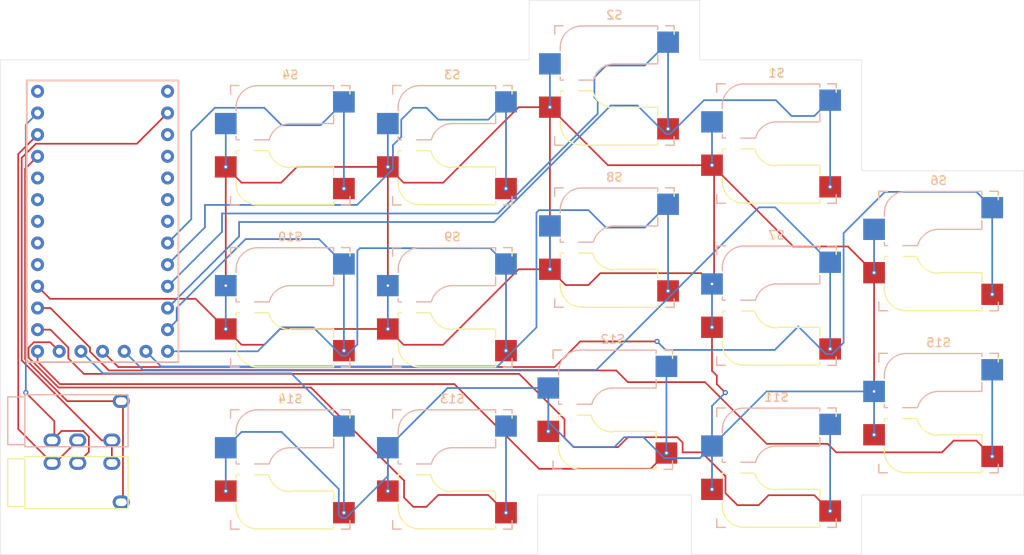
<source format=kicad_pcb>
(kicad_pcb (version 20241229) (generator "pcbnew") (generator_version "9.0")
  (layers (0 "F.Cu" signal) (2 "B.Cu" signal) (13 "F.Paste" user) (15 "B.Paste" user) (5 "F.SilkS" user "F.Silkscreen") (7 "B.SilkS" user "B.Silkscreen") (1 "F.Mask" user) (3 "B.Mask" user) (25 "Edge.Cuts" user))
  (net 0 "")
  (net 1 "Net-(U1-GP22)")
  (net 4 "Net-(U1-GP13)")
  (net 5 "Net-(U1-GP21)")
  (net 6 "Net-(U1-GP27)")
  (net 7 "Net-(U1-GP23)")
  (net 8 "Net-(U1-GP12)")
  (net 9 "Net-(U1-GP20)")
  (net 11 "Net-(U1-GP15)")
  (net 13 "Net-(U1-GP14)")
  (net 14 "Net-(U1-GP8)")
  (net 17 "Net-(U1-GP7)")
  (net 20 "Net-(U1-GP9)")
  (net 22 "Net-(U1-GP16)")
  (net 24 "Net-(U1-GP26)")
  (net 25 "Net-(U1-GP6)")
  (net 28 "Net-(U2-SLEEVE)")
  (net 29 "Net-(U1-GP1)")
  (net 30 "Net-(U1-5v)")
  (net 31 "Net-(U1-GP0)")
  (footprint "keyswitches_daprice:Kailh_socket_MX_reversible" (layer "F.Cu") (at 152 76.4)
    (property "Reference" "S15" (at 0 -8.255 0) (layer "F.SilkS"))
    (property "Value" "Keyswitch")
    (fp_text user "${REFERENCE}" (at 0 -8.255 0) (layer "B.SilkS") (effects (justify mirror)))
    (pad "" np_thru_hole circle (at -5.08 0) (size 1.7018 1.7018) (drill 1.7018) (layers "*.Cu" "*.Mask"))
    (pad "" np_thru_hole circle (at -3.81 -2.54) (size 3 3) (drill 3) (layers "*.Cu" "*.Mask"))
    (pad "" np_thru_hole circle (at -3.81 2.54) (size 3 3) (drill 3) (layers "*.Cu" "*.Mask"))
    (pad "" np_thru_hole circle (at 0 0) (size 3.9878 3.9878) (drill 3.9878) (layers "*.Cu" "*.Mask"))
    (pad "" np_thru_hole circle (at 2.54 -5.08) (size 3 3) (drill 3) (layers "*.Cu" "*.Mask"))
    (pad "" np_thru_hole circle (at 2.54 5.08) (size 3 3) (drill 3) (layers "*.Cu" "*.Mask"))
    (pad "" np_thru_hole circle (at 5.08 0) (size 1.7018 1.7018) (drill 1.7018) (layers "*.Cu" "*.Mask"))
    (pad "1" smd rect (at 6.29 -5.08) (size 2.55 2.5) (layers "B.Cu" "B.Mask" "B.Paste") (net 17 "Net-(U1-GP7)"))
    (pad "1" smd rect (at 6.29 5.08) (size 2.55 2.5) (layers "F.Cu" "F.Mask" "F.Paste") (net 17 "Net-(U1-GP7)"))
    (pad "2" smd rect (at -7.56 -2.54) (size 2.55 2.5) (layers "B.Cu" "B.Mask" "B.Paste") (net 25 "Net-(U1-GP6)"))
    (pad "2" smd rect (at -7.56 2.54) (size 2.55 2.5) (layers "F.Cu" "F.Mask" "F.Paste") (net 25 "Net-(U1-GP6)"))
  )
  (footprint "keyswitches_daprice:Kailh_socket_MX_reversible" (layer "F.Cu") (at 152 57.4)
    (property "Reference" "S6" (at 0 -8.255 0) (layer "F.SilkS"))
    (property "Value" "Keyswitch")
    (fp_text user "${REFERENCE}" (at 0 -8.255 0) (layer "B.SilkS") (effects (justify mirror)))
    (pad "" np_thru_hole circle (at -5.08 0) (size 1.7018 1.7018) (drill 1.7018) (layers "*.Cu" "*.Mask"))
    (pad "" np_thru_hole circle (at -3.81 -2.54) (size 3 3) (drill 3) (layers "*.Cu" "*.Mask"))
    (pad "" np_thru_hole circle (at -3.81 2.54) (size 3 3) (drill 3) (layers "*.Cu" "*.Mask"))
    (pad "" np_thru_hole circle (at 0 0) (size 3.9878 3.9878) (drill 3.9878) (layers "*.Cu" "*.Mask"))
    (pad "" np_thru_hole circle (at 2.54 -5.08) (size 3 3) (drill 3) (layers "*.Cu" "*.Mask"))
    (pad "" np_thru_hole circle (at 2.54 5.08) (size 3 3) (drill 3) (layers "*.Cu" "*.Mask"))
    (pad "" np_thru_hole circle (at 5.08 0) (size 1.7018 1.7018) (drill 1.7018) (layers "*.Cu" "*.Mask"))
    (pad "1" smd rect (at 6.29 -5.08) (size 2.55 2.5) (layers "B.Cu" "B.Mask" "B.Paste") (net 13 "Net-(U1-GP14)"))
    (pad "1" smd rect (at 6.29 5.08) (size 2.55 2.5) (layers "F.Cu" "F.Mask" "F.Paste") (net 13 "Net-(U1-GP14)"))
    (pad "2" smd rect (at -7.56 -2.54) (size 2.55 2.5) (layers "B.Cu" "B.Mask" "B.Paste") (net 25 "Net-(U1-GP6)"))
    (pad "2" smd rect (at -7.56 2.54) (size 2.55 2.5) (layers "F.Cu" "F.Mask" "F.Paste") (net 25 "Net-(U1-GP6)"))
  )
  (footprint "keyswitches_daprice:Kailh_socket_MX_reversible" (layer "F.Cu") (at 95 45)
    (property "Reference" "S3" (at 0 -8.255 0) (layer "F.SilkS"))
    (property "Value" "Keyswitch")
    (fp_text user "${REFERENCE}" (at 0 -8.255 0) (layer "B.SilkS") (effects (justify mirror)))
    (pad "" np_thru_hole circle (at -5.08 0) (size 1.7018 1.7018) (drill 1.7018) (layers "*.Cu" "*.Mask"))
    (pad "" np_thru_hole circle (at -3.81 -2.54) (size 3 3) (drill 3) (layers "*.Cu" "*.Mask"))
    (pad "" np_thru_hole circle (at -3.81 2.54) (size 3 3) (drill 3) (layers "*.Cu" "*.Mask"))
    (pad "" np_thru_hole circle (at 0 0) (size 3.9878 3.9878) (drill 3.9878) (layers "*.Cu" "*.Mask"))
    (pad "" np_thru_hole circle (at 2.54 -5.08) (size 3 3) (drill 3) (layers "*.Cu" "*.Mask"))
    (pad "" np_thru_hole circle (at 2.54 5.08) (size 3 3) (drill 3) (layers "*.Cu" "*.Mask"))
    (pad "" np_thru_hole circle (at 5.08 0) (size 1.7018 1.7018) (drill 1.7018) (layers "*.Cu" "*.Mask"))
    (pad "1" smd rect (at 6.29 -5.08) (size 2.55 2.5) (layers "B.Cu" "B.Mask" "B.Paste") (net 24 "Net-(U1-GP26)"))
    (pad "1" smd rect (at 6.29 5.08) (size 2.55 2.5) (layers "F.Cu" "F.Mask" "F.Paste") (net 24 "Net-(U1-GP26)"))
    (pad "2" smd rect (at -7.56 -2.54) (size 2.55 2.5) (layers "B.Cu" "B.Mask" "B.Paste") (net 25 "Net-(U1-GP6)"))
    (pad "2" smd rect (at -7.56 2.54) (size 2.55 2.5) (layers "F.Cu" "F.Mask" "F.Paste") (net 25 "Net-(U1-GP6)"))
  )
  (footprint "keyswitches_daprice:Kailh_socket_MX_reversible" (layer "F.Cu") (at 76 45)
    (property "Reference" "S4" (at 0 -8.255 0) (layer "F.SilkS"))
    (property "Value" "Keyswitch")
    (fp_text user "${REFERENCE}" (at 0 -8.255 0) (layer "B.SilkS") (effects (justify mirror)))
    (pad "" np_thru_hole circle (at -5.08 0) (size 1.7018 1.7018) (drill 1.7018) (layers "*.Cu" "*.Mask"))
    (pad "" np_thru_hole circle (at -3.81 -2.54) (size 3 3) (drill 3) (layers "*.Cu" "*.Mask"))
    (pad "" np_thru_hole circle (at -3.81 2.54) (size 3 3) (drill 3) (layers "*.Cu" "*.Mask"))
    (pad "" np_thru_hole circle (at 0 0) (size 3.9878 3.9878) (drill 3.9878) (layers "*.Cu" "*.Mask"))
    (pad "" np_thru_hole circle (at 2.54 -5.08) (size 3 3) (drill 3) (layers "*.Cu" "*.Mask"))
    (pad "" np_thru_hole circle (at 2.54 5.08) (size 3 3) (drill 3) (layers "*.Cu" "*.Mask"))
    (pad "" np_thru_hole circle (at 5.08 0) (size 1.7018 1.7018) (drill 1.7018) (layers "*.Cu" "*.Mask"))
    (pad "1" smd rect (at 6.29 -5.08) (size 2.55 2.5) (layers "B.Cu" "B.Mask" "B.Paste") (net 6 "Net-(U1-GP27)"))
    (pad "1" smd rect (at 6.29 5.08) (size 2.55 2.5) (layers "F.Cu" "F.Mask" "F.Paste") (net 6 "Net-(U1-GP27)"))
    (pad "2" smd rect (at -7.56 -2.54) (size 2.55 2.5) (layers "B.Cu" "B.Mask" "B.Paste") (net 25 "Net-(U1-GP6)"))
    (pad "2" smd rect (at -7.56 2.54) (size 2.55 2.5) (layers "F.Cu" "F.Mask" "F.Paste") (net 25 "Net-(U1-GP6)"))
  )
  (footprint "keyswitches_daprice:Kailh_socket_MX_reversible" (layer "F.Cu") (at 133 63.8)
    (property "Reference" "S7" (at 0 -8.255 0) (layer "F.SilkS"))
    (property "Value" "Keyswitch")
    (fp_text user "${REFERENCE}" (at 0 -8.255 0) (layer "B.SilkS") (effects (justify mirror)))
    (pad "" np_thru_hole circle (at -5.08 0) (size 1.7018 1.7018) (drill 1.7018) (layers "*.Cu" "*.Mask"))
    (pad "" np_thru_hole circle (at -3.81 -2.54) (size 3 3) (drill 3) (layers "*.Cu" "*.Mask"))
    (pad "" np_thru_hole circle (at -3.81 2.54) (size 3 3) (drill 3) (layers "*.Cu" "*.Mask"))
    (pad "" np_thru_hole circle (at 0 0) (size 3.9878 3.9878) (drill 3.9878) (layers "*.Cu" "*.Mask"))
    (pad "" np_thru_hole circle (at 2.54 -5.08) (size 3 3) (drill 3) (layers "*.Cu" "*.Mask"))
    (pad "" np_thru_hole circle (at 2.54 5.08) (size 3 3) (drill 3) (layers "*.Cu" "*.Mask"))
    (pad "" np_thru_hole circle (at 5.08 0) (size 1.7018 1.7018) (drill 1.7018) (layers "*.Cu" "*.Mask"))
    (pad "1" smd rect (at 6.29 -5.08) (size 2.55 2.5) (layers "B.Cu" "B.Mask" "B.Paste") (net 11 "Net-(U1-GP15)"))
    (pad "1" smd rect (at 6.29 5.08) (size 2.55 2.5) (layers "F.Cu" "F.Mask" "F.Paste") (net 11 "Net-(U1-GP15)"))
    (pad "2" smd rect (at -7.56 -2.54) (size 2.55 2.5) (layers "B.Cu" "B.Mask" "B.Paste") (net 25 "Net-(U1-GP6)"))
    (pad "2" smd rect (at -7.56 2.54) (size 2.55 2.5) (layers "F.Cu" "F.Mask" "F.Paste") (net 25 "Net-(U1-GP6)"))
  )
  (footprint "ScottoKeebs_MCU:RP2040_Pro_Micro" (layer "F.Cu") (at 54 55.19)
    (property "Reference" "U1" (hide yes))
    (property "Value" "RP2040_Pro_Micro" (hide yes))
    (pad "1" thru_hole circle (at -7.62 -16.51) (size 1.524 1.524) (drill 0.762) (layers "*.Cu" "*.Mask"))
    (pad "2" thru_hole circle (at -7.62 -13.97) (size 1.524 1.524) (drill 0.762) (layers "*.Cu" "*.Mask") (net 31 "Net-(U1-GP0)"))
    (pad "3" thru_hole circle (at -7.62 -11.43) (size 1.524 1.524) (drill 0.762) (layers "*.Cu" "*.Mask") (net 29 "Net-(U1-GP1)"))
    (pad "4" thru_hole circle (at -7.62 -8.89) (size 1.524 1.524) (drill 0.762) (layers "*.Cu" "*.Mask") (net 28 "Net-(U2-SLEEVE)"))
    (pad "5" thru_hole circle (at -7.62 -6.35) (size 1.524 1.524) (drill 0.762) (layers "*.Cu" "*.Mask"))
    (pad "6" thru_hole circle (at -7.62 -3.81) (size 1.524 1.524) (drill 0.762) (layers "*.Cu" "*.Mask"))
    (pad "7" thru_hole circle (at -7.62 -1.27) (size 1.524 1.524) (drill 0.762) (layers "*.Cu" "*.Mask"))
    (pad "8" thru_hole circle (at -7.62 1.27) (size 1.524 1.524) (drill 0.762) (layers "*.Cu" "*.Mask"))
    (pad "9" thru_hole circle (at -7.62 3.81) (size 1.524 1.524) (drill 0.762) (layers "*.Cu" "*.Mask"))
    (pad "10" thru_hole circle (at -7.62 6.35) (size 1.524 1.524) (drill 0.762) (layers "*.Cu" "*.Mask") (net 25 "Net-(U1-GP6)"))
    (pad "11" thru_hole circle (at -7.62 8.89) (size 1.524 1.524) (drill 0.762) (layers "*.Cu" "*.Mask") (net 17 "Net-(U1-GP7)"))
    (pad "12" thru_hole circle (at -7.62 11.43) (size 1.524 1.524) (drill 0.762) (layers "*.Cu" "*.Mask") (net 14 "Net-(U1-GP8)"))
    (pad "13" thru_hole circle (at -7.62 13.97) (size 1.524 1.524) (drill 0.762) (layers "*.Cu" "*.Mask") (net 20 "Net-(U1-GP9)"))
    (pad "14" thru_hole circle (at -5.08 13.97) (size 1.524 1.524) (drill 0.762) (layers "*.Cu" "*.Mask") (net 8 "Net-(U1-GP12)"))
    (pad "15" thru_hole circle (at -2.54 13.97) (size 1.524 1.524) (drill 0.762) (layers "*.Cu" "*.Mask") (net 4 "Net-(U1-GP13)"))
    (pad "16" thru_hole circle (at 0 13.97) (size 1.524 1.524) (drill 0.762) (layers "*.Cu" "*.Mask") (net 13 "Net-(U1-GP14)"))
    (pad "17" thru_hole circle (at 2.54 13.97) (size 1.524 1.524) (drill 0.762) (layers "*.Cu" "*.Mask") (net 11 "Net-(U1-GP15)"))
    (pad "18" thru_hole circle (at 5.08 13.97) (size 1.524 1.524) (drill 0.762) (layers "*.Cu" "*.Mask") (net 22 "Net-(U1-GP16)"))
    (pad "19" thru_hole circle (at 7.62 13.97) (size 1.524 1.524) (drill 0.762) (layers "*.Cu" "*.Mask") (net 5 "Net-(U1-GP21)"))
    (pad "20" thru_hole circle (at 7.62 11.43) (size 1.524 1.524) (drill 0.762) (layers "*.Cu" "*.Mask") (net 7 "Net-(U1-GP23)"))
    (pad "21" thru_hole circle (at 7.62 8.89) (size 1.524 1.524) (drill 0.762) (layers "*.Cu" "*.Mask") (net 9 "Net-(U1-GP20)"))
    (pad "22" thru_hole circle (at 7.62 6.35) (size 1.524 1.524) (drill 0.762) (layers "*.Cu" "*.Mask") (net 1 "Net-(U1-GP22)"))
    (pad "23" thru_hole circle (at 7.62 3.81) (size 1.524 1.524) (drill 0.762) (layers "*.Cu" "*.Mask") (net 24 "Net-(U1-GP26)"))
    (pad "24" thru_hole circle (at 7.62 1.27) (size 1.524 1.524) (drill 0.762) (layers "*.Cu" "*.Mask") (net 6 "Net-(U1-GP27)"))
    (pad "25" thru_hole circle (at 7.62 -1.27) (size 1.524 1.524) (drill 0.762) (layers "*.Cu" "*.Mask"))
    (pad "26" thru_hole circle (at 7.62 -3.81) (size 1.524 1.524) (drill 0.762) (layers "*.Cu" "*.Mask"))
    (pad "27" thru_hole circle (at 7.62 -6.35) (size 1.524 1.524) (drill 0.762) (layers "*.Cu" "*.Mask"))
    (pad "28" thru_hole circle (at 7.62 -8.89) (size 1.524 1.524) (drill 0.762) (layers "*.Cu" "*.Mask"))
    (pad "29" thru_hole circle (at 7.62 -11.43) (size 1.524 1.524) (drill 0.762) (layers "*.Cu" "*.Mask"))
    (pad "30" thru_hole circle (at 7.62 -13.97) (size 1.524 1.524) (drill 0.762) (layers "*.Cu" "*.Mask") (net 30 "Net-(U1-5v)"))
    (pad "31" thru_hole circle (at 7.62 -16.51) (size 1.524 1.524) (drill 0.762) (layers "*.Cu" "*.Mask"))
  )
  (footprint "keyswitches_daprice:Kailh_socket_MX_reversible" (layer "F.Cu") (at 133 44.8)
    (property "Reference" "S1" (at 0 -8.255 0) (layer "F.SilkS"))
    (property "Value" "Keyswitch")
    (fp_text user "${REFERENCE}" (at 0 -8.255 0) (layer "B.SilkS") (effects (justify mirror)))
    (pad "" np_thru_hole circle (at -5.08 0) (size 1.7018 1.7018) (drill 1.7018) (layers "*.Cu" "*.Mask"))
    (pad "" np_thru_hole circle (at -3.81 -2.54) (size 3 3) (drill 3) (layers "*.Cu" "*.Mask"))
    (pad "" np_thru_hole circle (at -3.81 2.54) (size 3 3) (drill 3) (layers "*.Cu" "*.Mask"))
    (pad "" np_thru_hole circle (at 0 0) (size 3.9878 3.9878) (drill 3.9878) (layers "*.Cu" "*.Mask"))
    (pad "" np_thru_hole circle (at 2.54 -5.08) (size 3 3) (drill 3) (layers "*.Cu" "*.Mask"))
    (pad "" np_thru_hole circle (at 2.54 5.08) (size 3 3) (drill 3) (layers "*.Cu" "*.Mask"))
    (pad "" np_thru_hole circle (at 5.08 0) (size 1.7018 1.7018) (drill 1.7018) (layers "*.Cu" "*.Mask"))
    (pad "1" smd rect (at 6.29 -5.08) (size 2.55 2.5) (layers "B.Cu" "B.Mask" "B.Paste") (net 9 "Net-(U1-GP20)"))
    (pad "1" smd rect (at 6.29 5.08) (size 2.55 2.5) (layers "F.Cu" "F.Mask" "F.Paste") (net 9 "Net-(U1-GP20)"))
    (pad "2" smd rect (at -7.56 -2.54) (size 2.55 2.5) (layers "B.Cu" "B.Mask" "B.Paste") (net 25 "Net-(U1-GP6)"))
    (pad "2" smd rect (at -7.56 2.54) (size 2.55 2.5) (layers "F.Cu" "F.Mask" "F.Paste") (net 25 "Net-(U1-GP6)"))
  )
  (footprint "keyswitches_daprice:Kailh_socket_MX_reversible" (layer "F.Cu") (at 95 64)
    (property "Reference" "S9" (at 0 -8.255 0) (layer "F.SilkS"))
    (property "Value" "Keyswitch")
    (fp_text user "${REFERENCE}" (at 0 -8.255 0) (layer "B.SilkS") (effects (justify mirror)))
    (pad "" np_thru_hole circle (at -5.08 0) (size 1.7018 1.7018) (drill 1.7018) (layers "*.Cu" "*.Mask"))
    (pad "" np_thru_hole circle (at -3.81 -2.54) (size 3 3) (drill 3) (layers "*.Cu" "*.Mask"))
    (pad "" np_thru_hole circle (at -3.81 2.54) (size 3 3) (drill 3) (layers "*.Cu" "*.Mask"))
    (pad "" np_thru_hole circle (at 0 0) (size 3.9878 3.9878) (drill 3.9878) (layers "*.Cu" "*.Mask"))
    (pad "" np_thru_hole circle (at 2.54 -5.08) (size 3 3) (drill 3) (layers "*.Cu" "*.Mask"))
    (pad "" np_thru_hole circle (at 2.54 5.08) (size 3 3) (drill 3) (layers "*.Cu" "*.Mask"))
    (pad "" np_thru_hole circle (at 5.08 0) (size 1.7018 1.7018) (drill 1.7018) (layers "*.Cu" "*.Mask"))
    (pad "1" smd rect (at 6.29 -5.08) (size 2.55 2.5) (layers "B.Cu" "B.Mask" "B.Paste") (net 5 "Net-(U1-GP21)"))
    (pad "1" smd rect (at 6.29 5.08) (size 2.55 2.5) (layers "F.Cu" "F.Mask" "F.Paste") (net 5 "Net-(U1-GP21)"))
    (pad "2" smd rect (at -7.56 -2.54) (size 2.55 2.5) (layers "B.Cu" "B.Mask" "B.Paste") (net 25 "Net-(U1-GP6)"))
    (pad "2" smd rect (at -7.56 2.54) (size 2.55 2.5) (layers "F.Cu" "F.Mask" "F.Paste") (net 25 "Net-(U1-GP6)"))
  )
  (footprint "keyswitches_daprice:Kailh_socket_MX_reversible" (layer "F.Cu") (at 114 38)
    (property "Reference" "S2" (at 0 -8.255 0) (layer "F.SilkS"))
    (property "Value" "Keyswitch")
    (fp_text user "${REFERENCE}" (at 0 -8.255 0) (layer "B.SilkS") (effects (justify mirror)))
    (pad "" np_thru_hole circle (at -5.08 0) (size 1.7018 1.7018) (drill 1.7018) (layers "*.Cu" "*.Mask"))
    (pad "" np_thru_hole circle (at -3.81 -2.54) (size 3 3) (drill 3) (layers "*.Cu" "*.Mask"))
    (pad "" np_thru_hole circle (at -3.81 2.54) (size 3 3) (drill 3) (layers "*.Cu" "*.Mask"))
    (pad "" np_thru_hole circle (at 0 0) (size 3.9878 3.9878) (drill 3.9878) (layers "*.Cu" "*.Mask"))
    (pad "" np_thru_hole circle (at 2.54 -5.08) (size 3 3) (drill 3) (layers "*.Cu" "*.Mask"))
    (pad "" np_thru_hole circle (at 2.54 5.08) (size 3 3) (drill 3) (layers "*.Cu" "*.Mask"))
    (pad "" np_thru_hole circle (at 5.08 0) (size 1.7018 1.7018) (drill 1.7018) (layers "*.Cu" "*.Mask"))
    (pad "1" smd rect (at 6.29 -5.08) (size 2.55 2.5) (layers "B.Cu" "B.Mask" "B.Paste") (net 1 "Net-(U1-GP22)"))
    (pad "1" smd rect (at 6.29 5.08) (size 2.55 2.5) (layers "F.Cu" "F.Mask" "F.Paste") (net 1 "Net-(U1-GP22)"))
    (pad "2" smd rect (at -7.56 -2.54) (size 2.55 2.5) (layers "B.Cu" "B.Mask" "B.Paste") (net 25 "Net-(U1-GP6)"))
    (pad "2" smd rect (at -7.56 2.54) (size 2.55 2.5) (layers "F.Cu" "F.Mask" "F.Paste") (net 25 "Net-(U1-GP6)"))
  )
  (footprint "keyswitches_daprice:Kailh_socket_MX_reversible" (layer "F.Cu") (at 133 82.8)
    (property "Reference" "S11" (at 0 -8.255 0) (layer "F.SilkS"))
    (property "Value" "Keyswitch")
    (fp_text user "${REFERENCE}" (at 0 -8.255 0) (layer "B.SilkS") (effects (justify mirror)))
    (pad "" np_thru_hole circle (at -5.08 0) (size 1.7018 1.7018) (drill 1.7018) (layers "*.Cu" "*.Mask"))
    (pad "" np_thru_hole circle (at -3.81 -2.54) (size 3 3) (drill 3) (layers "*.Cu" "*.Mask"))
    (pad "" np_thru_hole circle (at -3.81 2.54) (size 3 3) (drill 3) (layers "*.Cu" "*.Mask"))
    (pad "" np_thru_hole circle (at 0 0) (size 3.9878 3.9878) (drill 3.9878) (layers "*.Cu" "*.Mask"))
    (pad "" np_thru_hole circle (at 2.54 -5.08) (size 3 3) (drill 3) (layers "*.Cu" "*.Mask"))
    (pad "" np_thru_hole circle (at 2.54 5.08) (size 3 3) (drill 3) (layers "*.Cu" "*.Mask"))
    (pad "" np_thru_hole circle (at 5.08 0) (size 1.7018 1.7018) (drill 1.7018) (layers "*.Cu" "*.Mask"))
    (pad "1" smd rect (at 6.29 -5.08) (size 2.55 2.5) (layers "B.Cu" "B.Mask" "B.Paste") (net 14 "Net-(U1-GP8)"))
    (pad "1" smd rect (at 6.29 5.08) (size 2.55 2.5) (layers "F.Cu" "F.Mask" "F.Paste") (net 14 "Net-(U1-GP8)"))
    (pad "2" smd rect (at -7.56 -2.54) (size 2.55 2.5) (layers "B.Cu" "B.Mask" "B.Paste") (net 25 "Net-(U1-GP6)"))
    (pad "2" smd rect (at -7.56 2.54) (size 2.55 2.5) (layers "F.Cu" "F.Mask" "F.Paste") (net 25 "Net-(U1-GP6)"))
  )
  (footprint "ScottoKeebs_Components:TRRS_PJ-320A" (layer "F.Cu") (at 44.8875 84.55 90)
    (property "Reference" "U2")
    (property "Value" "TRRS" (hide yes))
    (pad "" np_thru_hole circle (at 0 1.6 90) (size 0.8 0.8) (drill 0.8) (layers "*.Cu" "*.Mask"))
    (pad "" np_thru_hole circle (at 0 8.6 90) (size 0.8 0.8) (drill 0.8) (layers "*.Cu" "*.Mask"))
    (pad "1" thru_hole oval (at -2.3 11.3 90) (size 1.6 2) (drill oval 0.9 1.3) (layers "*.Cu" "*.Mask") (net 28 "Net-(U2-SLEEVE)"))
    (pad "2" thru_hole oval (at 2.3 10.2 90) (size 1.6 2) (drill oval 0.9 1.3) (layers "*.Cu" "*.Mask") (net 30 "Net-(U1-5v)"))
    (pad "3" thru_hole oval (at 2.3 6.2 90) (size 1.6 2) (drill oval 0.9 1.3) (layers "*.Cu" "*.Mask") (net 31 "Net-(U1-GP0)"))
    (pad "4" thru_hole oval (at 2.3 3.2 90) (size 1.6 2) (drill oval 0.9 1.3) (layers "*.Cu" "*.Mask") (net 29 "Net-(U1-GP1)"))
  )
  (footprint "keyswitches_daprice:Kailh_socket_MX_reversible" (layer "F.Cu") (at 113.81 76)
    (property "Reference" "S12" (at 0 -8.255 0) (layer "F.SilkS"))
    (property "Value" "Keyswitch")
    (fp_text user "${REFERENCE}" (at 0 -8.255 0) (layer "B.SilkS") (effects (justify mirror)))
    (pad "" np_thru_hole circle (at -5.08 0) (size 1.7018 1.7018) (drill 1.7018) (layers "*.Cu" "*.Mask"))
    (pad "" np_thru_hole circle (at -3.81 -2.54) (size 3 3) (drill 3) (layers "*.Cu" "*.Mask"))
    (pad "" np_thru_hole circle (at -3.81 2.54) (size 3 3) (drill 3) (layers "*.Cu" "*.Mask"))
    (pad "" np_thru_hole circle (at 0 0) (size 3.9878 3.9878) (drill 3.9878) (layers "*.Cu" "*.Mask"))
    (pad "" np_thru_hole circle (at 2.54 -5.08) (size 3 3) (drill 3) (layers "*.Cu" "*.Mask"))
    (pad "" np_thru_hole circle (at 2.54 5.08) (size 3 3) (drill 3) (layers "*.Cu" "*.Mask"))
    (pad "" np_thru_hole circle (at 5.08 0) (size 1.7018 1.7018) (drill 1.7018) (layers "*.Cu" "*.Mask"))
    (pad "1" smd rect (at 6.29 -5.08) (size 2.55 2.5) (layers "B.Cu" "B.Mask" "B.Paste") (net 20 "Net-(U1-GP9)"))
    (pad "1" smd rect (at 6.29 5.08) (size 2.55 2.5) (layers "F.Cu" "F.Mask" "F.Paste") (net 20 "Net-(U1-GP9)"))
    (pad "2" smd rect (at -7.56 -2.54) (size 2.55 2.5) (layers "B.Cu" "B.Mask" "B.Paste") (net 25 "Net-(U1-GP6)"))
    (pad "2" smd rect (at -7.56 2.54) (size 2.55 2.5) (layers "F.Cu" "F.Mask" "F.Paste") (net 25 "Net-(U1-GP6)"))
  )
  (footprint "keyswitches_daprice:Kailh_socket_MX_reversible" (layer "F.Cu") (at 114 57)
    (property "Reference" "S8" (at 0 -8.255 0) (layer "F.SilkS"))
    (property "Value" "Keyswitch")
    (fp_text user "${REFERENCE}" (at 0 -8.255 0) (layer "B.SilkS") (effects (justify mirror)))
    (pad "" np_thru_hole circle (at -5.08 0) (size 1.7018 1.7018) (drill 1.7018) (layers "*.Cu" "*.Mask"))
    (pad "" np_thru_hole circle (at -3.81 -2.54) (size 3 3) (drill 3) (layers "*.Cu" "*.Mask"))
    (pad "" np_thru_hole circle (at -3.81 2.54) (size 3 3) (drill 3) (layers "*.Cu" "*.Mask"))
    (pad "" np_thru_hole circle (at 0 0) (size 3.9878 3.9878) (drill 3.9878) (layers "*.Cu" "*.Mask"))
    (pad "" np_thru_hole circle (at 2.54 -5.08) (size 3 3) (drill 3) (layers "*.Cu" "*.Mask"))
    (pad "" np_thru_hole circle (at 2.54 5.08) (size 3 3) (drill 3) (layers "*.Cu" "*.Mask"))
    (pad "" np_thru_hole circle (at 5.08 0) (size 1.7018 1.7018) (drill 1.7018) (layers "*.Cu" "*.Mask"))
    (pad "1" smd rect (at 6.29 -5.08) (size 2.55 2.5) (layers "B.Cu" "B.Mask" "B.Paste") (net 22 "Net-(U1-GP16)"))
    (pad "1" smd rect (at 6.29 5.08) (size 2.55 2.5) (layers "F.Cu" "F.Mask" "F.Paste") (net 22 "Net-(U1-GP16)"))
    (pad "2" smd rect (at -7.56 -2.54) (size 2.55 2.5) (layers "B.Cu" "B.Mask" "B.Paste") (net 25 "Net-(U1-GP6)"))
    (pad "2" smd rect (at -7.56 2.54) (size 2.55 2.5) (layers "F.Cu" "F.Mask" "F.Paste") (net 25 "Net-(U1-GP6)"))
  )
  (footprint "keyswitches_daprice:Kailh_socket_MX_reversible" (layer "F.Cu") (at 76 83)
    (property "Reference" "S14" (at 0 -8.255 0) (layer "F.SilkS"))
    (property "Value" "Keyswitch")
    (fp_text user "${REFERENCE}" (at 0 -8.255 0) (layer "B.SilkS") (effects (justify mirror)))
    (pad "" np_thru_hole circle (at -5.08 0) (size 1.7018 1.7018) (drill 1.7018) (layers "*.Cu" "*.Mask"))
    (pad "" np_thru_hole circle (at -3.81 -2.54) (size 3 3) (drill 3) (layers "*.Cu" "*.Mask"))
    (pad "" np_thru_hole circle (at -3.81 2.54) (size 3 3) (drill 3) (layers "*.Cu" "*.Mask"))
    (pad "" np_thru_hole circle (at 0 0) (size 3.9878 3.9878) (drill 3.9878) (layers "*.Cu" "*.Mask"))
    (pad "" np_thru_hole circle (at 2.54 -5.08) (size 3 3) (drill 3) (layers "*.Cu" "*.Mask"))
    (pad "" np_thru_hole circle (at 2.54 5.08) (size 3 3) (drill 3) (layers "*.Cu" "*.Mask"))
    (pad "" np_thru_hole circle (at 5.08 0) (size 1.7018 1.7018) (drill 1.7018) (layers "*.Cu" "*.Mask"))
    (pad "1" smd rect (at 6.29 -5.08) (size 2.55 2.5) (layers "B.Cu" "B.Mask" "B.Paste") (net 4 "Net-(U1-GP13)"))
    (pad "1" smd rect (at 6.29 5.08) (size 2.55 2.5) (layers "F.Cu" "F.Mask" "F.Paste") (net 4 "Net-(U1-GP13)"))
    (pad "2" smd rect (at -7.56 -2.54) (size 2.55 2.5) (layers "B.Cu" "B.Mask" "B.Paste") (net 25 "Net-(U1-GP6)"))
    (pad "2" smd rect (at -7.56 2.54) (size 2.55 2.5) (layers "F.Cu" "F.Mask" "F.Paste") (net 25 "Net-(U1-GP6)"))
  )
  (footprint "keyswitches_daprice:Kailh_socket_MX_reversible" (layer "F.Cu") (at 95 83)
    (property "Reference" "S13" (at 0 -8.255 0) (layer "F.SilkS"))
    (property "Value" "Keyswitch")
    (fp_text user "${REFERENCE}" (at 0 -8.255 0) (layer "B.SilkS") (effects (justify mirror)))
    (pad "" np_thru_hole circle (at -5.08 0) (size 1.7018 1.7018) (drill 1.7018) (layers "*.Cu" "*.Mask"))
    (pad "" np_thru_hole circle (at -3.81 -2.54) (size 3 3) (drill 3) (layers "*.Cu" "*.Mask"))
    (pad "" np_thru_hole circle (at -3.81 2.54) (size 3 3) (drill 3) (layers "*.Cu" "*.Mask"))
    (pad "" np_thru_hole circle (at 0 0) (size 3.9878 3.9878) (drill 3.9878) (layers "*.Cu" "*.Mask"))
    (pad "" np_thru_hole circle (at 2.54 -5.08) (size 3 3) (drill 3) (layers "*.Cu" "*.Mask"))
    (pad "" np_thru_hole circle (at 2.54 5.08) (size 3 3) (drill 3) (layers "*.Cu" "*.Mask"))
    (pad "" np_thru_hole circle (at 5.08 0) (size 1.7018 1.7018) (drill 1.7018) (layers "*.Cu" "*.Mask"))
    (pad "1" smd rect (at 6.29 -5.08) (size 2.55 2.5) (layers "B.Cu" "B.Mask" "B.Paste") (net 8 "Net-(U1-GP12)"))
    (pad "1" smd rect (at 6.29 5.08) (size 2.55 2.5) (layers "F.Cu" "F.Mask" "F.Paste") (net 8 "Net-(U1-GP12)"))
    (pad "2" smd rect (at -7.56 -2.54) (size 2.55 2.5) (layers "B.Cu" "B.Mask" "B.Paste") (net 25 "Net-(U1-GP6)"))
    (pad "2" smd rect (at -7.56 2.54) (size 2.55 2.5) (layers "F.Cu" "F.Mask" "F.Paste") (net 25 "Net-(U1-GP6)"))
  )
  (footprint "keyswitches_daprice:Kailh_socket_MX_reversible" (layer "F.Cu") (at 76 64)
    (property "Reference" "S10" (at 0 -8.255 0) (layer "F.SilkS"))
    (property "Value" "Keyswitch")
    (fp_text user "${REFERENCE}" (at 0 -8.255 0) (layer "B.SilkS") (effects (justify mirror)))
    (pad "" np_thru_hole circle (at -5.08 0) (size 1.7018 1.7018) (drill 1.7018) (layers "*.Cu" "*.Mask"))
    (pad "" np_thru_hole circle (at -3.81 -2.54) (size 3 3) (drill 3) (layers "*.Cu" "*.Mask"))
    (pad "" np_thru_hole circle (at -3.81 2.54) (size 3 3) (drill 3) (layers "*.Cu" "*.Mask"))
    (pad "" np_thru_hole circle (at 0 0) (size 3.9878 3.9878) (drill 3.9878) (layers "*.Cu" "*.Mask"))
    (pad "" np_thru_hole circle (at 2.54 -5.08) (size 3 3) (drill 3) (layers "*.Cu" "*.Mask"))
    (pad "" np_thru_hole circle (at 2.54 5.08) (size 3 3) (drill 3) (layers "*.Cu" "*.Mask"))
    (pad "" np_thru_hole circle (at 5.08 0) (size 1.7018 1.7018) (drill 1.7018) (layers "*.Cu" "*.Mask"))
    (pad "1" smd rect (at 6.29 -5.08) (size 2.55 2.5) (layers "B.Cu" "B.Mask" "B.Paste") (net 7 "Net-(U1-GP23)"))
    (pad "1" smd rect (at 6.29 5.08) (size 2.55 2.5) (layers "F.Cu" "F.Mask" "F.Paste") (net 7 "Net-(U1-GP23)"))
    (pad "2" smd rect (at -7.56 -2.54) (size 2.55 2.5) (layers "B.Cu" "B.Mask" "B.Paste") (net 25 "Net-(U1-GP6)"))
    (pad "2" smd rect (at -7.56 2.54) (size 2.55 2.5) (layers "F.Cu" "F.Mask" "F.Paste") (net 25 "Net-(U1-GP6)"))
  )
  (footprint "ScottoKeebs_Components:TRRS_PJ-320A" (layer "B.Cu") (at 44.8875 77.3 -90)
    (property "Reference" "U3")
    (property "Value" "TRRS" (hide yes))
    (pad "" np_thru_hole circle (at 0 -8.6 270) (size 0.8 0.8) (drill 0.8) (layers "*.Cu" "*.Mask"))
    (pad "" np_thru_hole circle (at 0 -1.6 270) (size 0.8 0.8) (drill 0.8) (layers "*.Cu" "*.Mask"))
    (pad "1" thru_hole oval (at -2.3 -11.3 270) (size 1.6 2) (drill oval 0.9 1.3) (layers "*.Cu" "*.Mask") (net 28 "Net-(U2-SLEEVE)"))
    (pad "2" thru_hole oval (at 2.3 -10.2 270) (size 1.6 2) (drill oval 0.9 1.3) (layers "*.Cu" "*.Mask") (net 30 "Net-(U1-5v)"))
    (pad "3" thru_hole oval (at 2.3 -6.2 270) (size 1.6 2) (drill oval 0.9 1.3) (layers "*.Cu" "*.Mask") (net 29 "Net-(U1-GP1)"))
    (pad "4" thru_hole oval (at 2.3 -3.2 270) (size 1.6 2) (drill oval 0.9 1.3) (layers "*.Cu" "*.Mask") (net 31 "Net-(U1-GP0)"))
  )
  (gr_line (start 123 93) (end 143 93) (stroke (width 0.05)) (layer "Edge.Cuts"))
  (gr_line (start 143 86) (end 162 86) (stroke (width 0.05)) (layer "Edge.Cuts"))
  (gr_line (start 104 35) (end 42 35) (stroke (width 0.05)) (layer "Edge.Cuts"))
  (gr_line (start 162 48) (end 143 48) (stroke (width 0.05)) (layer "Edge.Cuts"))
  (gr_line (start 143 93) (end 143 86) (stroke (width 0.05)) (layer "Edge.Cuts"))
  (gr_line (start 105 86) (end 123 86) (stroke (width 0.05)) (layer "Edge.Cuts"))
  (gr_line (start 143 35) (end 124 35) (stroke (width 0.05)) (layer "Edge.Cuts"))
  (gr_line (start 143 48) (end 143 35) (stroke (width 0.05)) (layer "Edge.Cuts"))
  (gr_line (start 105 93) (end 105 86) (stroke (width 0.05)) (layer "Edge.Cuts"))
  (gr_line (start 42 93) (end 105 93) (stroke (width 0.05)) (layer "Edge.Cuts"))
  (gr_line (start 123 86) (end 123 93) (stroke (width 0.05)) (layer "Edge.Cuts"))
  (gr_line (start 162 86) (end 162 48) (stroke (width 0.05)) (layer "Edge.Cuts"))
  (gr_line (start 124 35) (end 124 28) (stroke (width 0.05)) (layer "Edge.Cuts"))
  (gr_line (start 104 28) (end 104 35) (stroke (width 0.05)) (layer "Edge.Cuts"))
  (gr_line (start 42 35) (end 42 93) (stroke (width 0.05)) (layer "Edge.Cuts"))
  (gr_line (start 124 28) (end 104 28) (stroke (width 0.05)) (layer "Edge.Cuts"))
  (via (at 120.29 43.08) (size 0.6) (drill 0.3) (layers "F.Cu" "B.Cu") (net 1))
  (segment (start 120.29 32.92) (end 117.5549 35.6551) (width 0.2) (layer "B.Cu") (net 1))
  (segment (start 117.5549 35.6551) (end 113.028711 35.6551) (width 0.2) (layer "B.Cu") (net 1))
  (segment (start 113.028711 35.6551) (end 111.6551 37.028711) (width 0.2) (layer "B.Cu") (net 1))
  (segment (start 112.041 39.773291) (end 112.041 41.306709) (width 0.2) (layer "B.Cu") (net 1))
  (segment (start 100.347709 53) (end 68 53) (width 0.2) (layer "B.Cu") (net 1))
  (segment (start 68 53) (end 68 55.16) (width 0.2) (layer "B.Cu") (net 1))
  (segment (start 68 55.16) (end 61.62 61.54) (width 0.2) (layer "B.Cu") (net 1))
  (segment (start 120.29 32.92) (end 120.29 43.08) (width 0.2) (layer "B.Cu") (net 1))
  (segment (start 112.041 41.306709) (end 100.347709 53) (width 0.2) (layer "B.Cu") (net 1))
  (segment (start 111.6551 37.028711) (end 111.6551 39.387391) (width 0.2) (layer "B.Cu") (net 1))
  (segment (start 111.6551 39.387391) (end 112.041 39.773291) (width 0.2) (layer "B.Cu") (net 1))
  (via (at 82.29 88.08) (size 0.6) (drill 0.3) (layers "F.Cu" "B.Cu") (net 4))
  (segment (start 82.29 77.92) (end 76.103 71.733) (width 0.2) (layer "B.Cu") (net 4))
  (segment (start 82.29 77.92) (end 82.29 88.08) (width 0.2) (layer "B.Cu") (net 4))
  (segment (start 54.033 71.733) (end 51.46 69.16) (width 0.2) (layer "B.Cu") (net 4))
  (segment (start 76.103 71.733) (end 54.033 71.733) (width 0.2) (layer "B.Cu") (net 4))
  (via (at 101.29 69.08) (size 0.6) (drill 0.3) (layers "F.Cu" "B.Cu") (net 5))
  (segment (start 75.002809 66.3449) (end 72.187709 69.16) (width 0.2) (layer "B.Cu") (net 5))
  (segment (start 99.439 57.069) (end 84.166 57.069) (width 0.2) (layer "B.Cu") (net 5))
  (segment (start 82.538943 69.681) (end 82.041057 69.681) (width 0.2) (layer "B.Cu") (net 5))
  (segment (start 101.29 58.92) (end 99.439 57.069) (width 0.2) (layer "B.Cu") (net 5))
  (segment (start 78.704957 66.3449) (end 75.002809 66.3449) (width 0.2) (layer "B.Cu") (net 5))
  (segment (start 101.29 58.92) (end 101.29 69.08) (width 0.2) (layer "B.Cu") (net 5))
  (segment (start 72.187709 69.16) (end 61.62 69.16) (width 0.2) (layer "B.Cu") (net 5))
  (segment (start 83.866 68.353943) (end 82.538943 69.681) (width 0.2) (layer "B.Cu") (net 5))
  (segment (start 84.166 57.069) (end 83.866 57.369) (width 0.2) (layer "B.Cu") (net 5))
  (segment (start 82.041057 69.681) (end 78.704957 66.3449) (width 0.2) (layer "B.Cu") (net 5))
  (segment (start 83.866 57.369) (end 83.866 68.353943) (width 0.2) (layer "B.Cu") (net 5))
  (via (at 82.29 50.08) (size 0.6) (drill 0.3) (layers "F.Cu" "B.Cu") (net 6))
  (segment (start 75.002809 42.6551) (end 72.956709 40.609) (width 0.2) (layer "B.Cu") (net 6))
  (segment (start 64.401 43.372) (end 64.401 53.679) (width 0.2) (layer "B.Cu") (net 6))
  (segment (start 72.956709 40.609) (end 67.164 40.609) (width 0.2) (layer "B.Cu") (net 6))
  (segment (start 79.5549 42.6551) (end 75.002809 42.6551) (width 0.2) (layer "B.Cu") (net 6))
  (segment (start 64.401 53.679) (end 61.62 56.46) (width 0.2) (layer "B.Cu") (net 6))
  (segment (start 82.29 39.92) (end 82.29 50.08) (width 0.2) (layer "B.Cu") (net 6))
  (segment (start 67.164 40.609) (end 64.401 43.372) (width 0.2) (layer "B.Cu") (net 6))
  (segment (start 82.29 39.92) (end 79.5549 42.6551) (width 0.2) (layer "B.Cu") (net 6))
  (via (at 82.29 69.08) (size 0.6) (drill 0.3) (layers "F.Cu" "B.Cu") (net 7))
  (segment (start 62.683 65.557) (end 61.62 66.62) (width 0.2) (layer "B.Cu") (net 7))
  (segment (start 82.29 58.92) (end 82.29 69.08) (width 0.2) (layer "B.Cu") (net 7))
  (segment (start 82.29 58.92) (end 79.37 56) (width 0.2) (layer "B.Cu") (net 7))
  (segment (start 79.37 56) (end 70.773 56) (width 0.2) (layer "B.Cu") (net 7))
  (segment (start 62.683 64.09) (end 62.683 65.557) (width 0.2) (layer "B.Cu") (net 7))
  (segment (start 70.773 56) (end 62.683 64.09) (width 0.2) (layer "B.Cu") (net 7))
  (segment (start 45.317 69.8841) (end 45.317 68.71969) (width 0.2) (layer "F.Cu") (net 8))
  (segment (start 45.93969 68.097) (end 47.857 68.097) (width 0.2) (layer "F.Cu") (net 8))
  (segment (start 99.21 86) (end 93.347709 86) (width 0.2) (layer "F.Cu") (net 8))
  (segment (start 93.347709 86) (end 91.956709 87.391) (width 0.2) (layer "F.Cu") (net 8))
  (segment (start 101.29 88.08) (end 99.21 86) (width 0.2) (layer "F.Cu") (net 8))
  (segment (start 91.956709 87.391) (end 90.423291 87.391) (width 0.2) (layer "F.Cu") (net 8))
  (segment (start 89.339 86.306709) (end 89.339 84.312) (width 0.2) (layer "F.Cu") (net 8))
  (segment (start 90.423291 87.391) (end 89.339 86.306709) (width 0.2) (layer "F.Cu") (net 8))
  (segment (start 47.857 68.097) (end 48.92 69.16) (width 0.2) (layer "F.Cu") (net 8))
  (segment (start 48.8339 73.401) (end 45.317 69.8841) (width 0.2) (layer "F.Cu") (net 8))
  (segment (start 78.428 73.401) (end 48.8339 73.401) (width 0.2) (layer "F.Cu") (net 8))
  (segment (start 45.317 68.71969) (end 45.93969 68.097) (width 0.2) (layer "F.Cu") (net 8))
  (segment (start 89.339 84.312) (end 78.428 73.401) (width 0.2) (layer "F.Cu") (net 8))
  (via (at 101.29 88.08) (size 0.6) (drill 0.3) (layers "F.Cu" "B.Cu") (net 8))
  (segment (start 101.29 77.92) (end 101.29 88.08) (width 0.2) (layer "B.Cu") (net 8))
  (via (at 139.29 49.88) (size 0.6) (drill 0.3) (layers "F.Cu" "B.Cu") (net 9))
  (segment (start 132.922291 39.72) (end 124.499943 39.72) (width 0.2) (layer "B.Cu") (net 9))
  (segment (start 113.569909 40.3449) (end 99.914809 54) (width 0.2) (layer "B.Cu") (net 9))
  (segment (start 99.914809 54) (end 70 54) (width 0.2) (layer "B.Cu") (net 9))
  (segment (start 139.29 39.72) (end 139.29 49.88) (width 0.2) (layer "B.Cu") (net 9))
  (segment (start 124.499943 39.72) (end 120.538943 43.681) (width 0.2) (layer "B.Cu") (net 9))
  (segment (start 137.439 41.571) (end 134.773291 41.571) (width 0.2) (layer "B.Cu") (net 9))
  (segment (start 139.29 39.72) (end 137.439 41.571) (width 0.2) (layer "B.Cu") (net 9))
  (segment (start 70 55.7) (end 61.62 64.08) (width 0.2) (layer "B.Cu") (net 9))
  (segment (start 120.538943 43.681) (end 120.041057 43.681) (width 0.2) (layer "B.Cu") (net 9))
  (segment (start 120.041057 43.681) (end 116.704957 40.3449) (width 0.2) (layer "B.Cu") (net 9))
  (segment (start 116.704957 40.3449) (end 113.569909 40.3449) (width 0.2) (layer "B.Cu") (net 9))
  (segment (start 70 54) (end 70 55.7) (width 0.2) (layer "B.Cu") (net 9))
  (segment (start 134.773291 41.571) (end 132.922291 39.72) (width 0.2) (layer "B.Cu") (net 9))
  (via (at 139.29 68.88) (size 0.6) (drill 0.3) (layers "F.Cu" "B.Cu") (net 11))
  (segment (start 132.850943 52.280943) (end 130.939 52.280943) (width 0.2) (layer "B.Cu") (net 11))
  (segment (start 139.29 58.72) (end 132.850943 52.280943) (width 0.2) (layer "B.Cu") (net 11))
  (segment (start 139.29 58.72) (end 139.29 68.88) (width 0.2) (layer "B.Cu") (net 11))
  (segment (start 130.939 52.280943) (end 111.887943 71.332) (width 0.2) (layer "B.Cu") (net 11))
  (segment (start 111.887943 71.332) (end 58.712 71.332) (width 0.2) (layer "B.Cu") (net 11))
  (segment (start 58.712 71.332) (end 56.54 69.16) (width 0.2) (layer "B.Cu") (net 11))
  (segment (start 55.84 71) (end 54 69.16) (width 0.2) (layer "F.Cu") (net 13))
  (segment (start 110 68) (end 107 71) (width 0.2) (layer "F.Cu") (net 13))
  (segment (start 110 68) (end 119 68) (width 0.2) (layer "F.Cu") (net 13))
  (segment (start 107 71) (end 55.84 71) (width 0.2) (layer "F.Cu") (net 13))
  (via (at 119 68) (size 0.6) (drill 0.3) (layers "F.Cu" "B.Cu") (net 13))
  (via (at 158.29 62.48) (size 0.6) (drill 0.3) (layers "F.Cu" "B.Cu") (net 13))
  (segment (start 119 68) (end 120 69) (width 0.2) (layer "B.Cu") (net 13))
  (segment (start 132.802291 69) (end 135.560057 66.242234) (width 0.2) (layer "B.Cu") (net 13))
  (segment (start 135.560057 66.242234) (end 138.798823 69.481) (width 0.2) (layer "B.Cu") (net 13))
  (segment (start 140.866 55.307) (end 145.704 50.469) (width 0.2) (layer "B.Cu") (net 13))
  (segment (start 156.439 50.469) (end 158.29 52.32) (width 0.2) (layer "B.Cu") (net 13))
  (segment (start 120 69) (end 132.802291 69) (width 0.2) (layer "B.Cu") (net 13))
  (segment (start 158.29 52.32) (end 158.29 62.48) (width 0.2) (layer "B.Cu") (net 13))
  (segment (start 140.866 68.153943) (end 140.866 55.307) (width 0.2) (layer "B.Cu") (net 13))
  (segment (start 139.538943 69.481) (end 140.866 68.153943) (width 0.2) (layer "B.Cu") (net 13))
  (segment (start 145.704 50.469) (end 156.439 50.469) (width 0.2) (layer "B.Cu") (net 13))
  (segment (start 138.798823 69.481) (end 139.538943 69.481) (width 0.2) (layer "B.Cu") (net 13))
  (segment (start 115.583291 79.229) (end 114.421291 80.391) (width 0.2) (layer "F.Cu") (net 14))
  (segment (start 132.07 86.029) (end 130.908 87.191) (width 0.2) (layer "F.Cu") (net 14))
  (segment (start 51.802 71.802) (end 49.983 69.983) (width 0.2) (layer "F.Cu") (net 14))
  (segment (start 137.439 86.029) (end 132.07 86.029) (width 0.2) (layer "F.Cu") (net 14))
  (segment (start 121.376 79.229) (end 115.583291 79.229) (width 0.2) (layer "F.Cu") (net 14))
  (segment (start 139.29 87.88) (end 137.439 86.029) (width 0.2) (layer "F.Cu") (net 14))
  (segment (start 102.832257 71.802) (end 51.802 71.802) (width 0.2) (layer "F.Cu") (net 14))
  (segment (start 130.908 87.191) (end 128.423291 87.191) (width 0.2) (layer "F.Cu") (net 14))
  (segment (start 109.233291 80.391) (end 108.149 79.306709) (width 0.2) (layer "F.Cu") (net 14))
  (segment (start 128.423291 87.191) (end 127.016 85.783709) (width 0.2) (layer "F.Cu") (net 14))
  (segment (start 49.983 69.983) (end 49.983 68.71969) (width 0.2) (layer "F.Cu") (net 14))
  (segment (start 49.983 68.71969) (end 47.88331 66.62) (width 0.2) (layer "F.Cu") (net 14))
  (segment (start 108.149 77.118743) (end 102.832257 71.802) (width 0.2) (layer "F.Cu") (net 14))
  (segment (start 122 81) (end 122 79.853) (width 0.2) (layer "F.Cu") (net 14))
  (segment (start 47.88331 66.62) (end 46.38 66.62) (width 0.2) (layer "F.Cu") (net 14))
  (segment (start 108.149 79.306709) (end 108.149 77.118743) (width 0.2) (layer "F.Cu") (net 14))
  (segment (start 114.421291 80.391) (end 109.233291 80.391) (width 0.2) (layer "F.Cu") (net 14))
  (segment (start 127.016 85.783709) (end 127.016 83.789) (width 0.2) (layer "F.Cu") (net 14))
  (segment (start 122 79.853) (end 121.376 79.229) (width 0.2) (layer "F.Cu") (net 14))
  (segment (start 124.227 81) (end 122 81) (width 0.2) (layer "F.Cu") (net 14))
  (segment (start 127.016 83.789) (end 124.227 81) (width 0.2) (layer "F.Cu") (net 14))
  (via (at 139.29 87.88) (size 0.6) (drill 0.3) (layers "F.Cu" "B.Cu") (net 14))
  (segment (start 139.29 77.72) (end 139.29 87.88) (width 0.2) (layer "B.Cu") (net 14))
  (segment (start 54.73769 71.401) (end 52.523 69.18631) (width 0.2) (layer "F.Cu") (net 17))
  (segment (start 139 80) (end 131.849943 80) (width 0.2) (layer "F.Cu") (net 17))
  (segment (start 152.402291 81) (end 140 81) (width 0.2) (layer "F.Cu") (net 17))
  (segment (start 131.849943 80) (end 124.620943 72.771) (width 0.2) (layer "F.Cu") (net 17))
  (segment (start 158.29 81.48) (end 156.439 79.629) (width 0.2) (layer "F.Cu") (net 17))
  (segment (start 115.583291 72.771) (end 114.213291 71.401) (width 0.2) (layer "F.Cu") (net 17))
  (segment (start 52.523 69.18631) (end 52.523 68.71969) (width 0.2) (layer "F.Cu") (net 17))
  (segment (start 156.439 79.629) (end 153.773291 79.629) (width 0.2) (layer "F.Cu") (net 17))
  (segment (start 47.88331 64.08) (end 46.38 64.08) (width 0.2) (layer "F.Cu") (net 17))
  (segment (start 140 81) (end 139 80) (width 0.2) (layer "F.Cu") (net 17))
  (segment (start 153.773291 79.629) (end 152.402291 81) (width 0.2) (layer "F.Cu") (net 17))
  (segment (start 114.213291 71.401) (end 54.73769 71.401) (width 0.2) (layer "F.Cu") (net 17))
  (segment (start 52.523 68.71969) (end 47.88331 64.08) (width 0.2) (layer "F.Cu") (net 17))
  (segment (start 124.620943 72.771) (end 115.583291 72.771) (width 0.2) (layer "F.Cu") (net 17))
  (via (at 158.29 81.48) (size 0.6) (drill 0.3) (layers "F.Cu" "B.Cu") (net 17))
  (segment (start 158.29 71.32) (end 158.29 81.48) (width 0.2) (layer "B.Cu") (net 17))
  (segment (start 105.168709 82.931) (end 95.237709 73) (width 0.2) (layer "F.Cu") (net 20))
  (segment (start 120.1 81.08) (end 118.249 82.931) (width 0.2) (layer "F.Cu") (net 20))
  (segment (start 46.38 70.38) (end 46.38 69.16) (width 0.2) (layer "F.Cu") (net 20))
  (segment (start 118.249 82.931) (end 105.168709 82.931) (width 0.2) (layer "F.Cu") (net 20))
  (segment (start 95.237709 73) (end 49 73) (width 0.2) (layer "F.Cu") (net 20))
  (segment (start 49 73) (end 46.38 70.38) (width 0.2) (layer "F.Cu") (net 20))
  (via (at 120.1 81.08) (size 0.6) (drill 0.3) (layers "F.Cu" "B.Cu") (net 20))
  (segment (start 120.1 70.92) (end 120.1 81.08) (width 0.2) (layer "B.Cu") (net 20))
  (via (at 120.29 62.08) (size 0.6) (drill 0.3) (layers "F.Cu" "B.Cu") (net 22))
  (segment (start 120.29 51.92) (end 117.5549 54.6551) (width 0.2) (layer "B.Cu") (net 22))
  (segment (start 105.164 52.609) (end 104.864 52.909) (width 0.2) (layer "B.Cu") (net 22))
  (segment (start 104.864 66.355943) (end 100.288943 70.931) (width 0.2) (layer "B.Cu") (net 22))
  (segment (start 110.956709 52.609) (end 105.164 52.609) (width 0.2) (layer "B.Cu") (net 22))
  (segment (start 60.851 70.931) (end 59.08 69.16) (width 0.2) (layer "B.Cu") (net 22))
  (segment (start 100.288943 70.931) (end 60.851 70.931) (width 0.2) (layer "B.Cu") (net 22))
  (segment (start 113.002809 54.6551) (end 110.956709 52.609) (width 0.2) (layer "B.Cu") (net 22))
  (segment (start 117.5549 54.6551) (end 113.002809 54.6551) (width 0.2) (layer "B.Cu") (net 22))
  (segment (start 120.29 51.92) (end 120.29 62.08) (width 0.2) (layer "B.Cu") (net 22))
  (segment (start 104.864 52.909) (end 104.864 66.355943) (width 0.2) (layer "B.Cu") (net 22))
  (via (at 101.29 50.08) (size 0.6) (drill 0.3) (layers "F.Cu" "B.Cu") (net 24))
  (segment (start 89.016 44.011) (end 88.041 44.986) (width 0.2) (layer "B.Cu") (net 24))
  (segment (start 101.29 39.92) (end 99.21 42) (width 0.2) (layer "B.Cu") (net 24))
  (segment (start 88.041 44.986) (end 88.041 47.788943) (width 0.2) (layer "B.Cu") (net 24))
  (segment (start 101.29 39.92) (end 101.29 50.08) (width 0.2) (layer "B.Cu") (net 24))
  (segment (start 93.347709 42) (end 91.956709 40.609) (width 0.2) (layer "B.Cu") (net 24))
  (segment (start 89.016 42) (end 89.016 44.011) (width 0.2) (layer "B.Cu") (net 24))
  (segment (start 88.041 47.788943) (end 83.829943 52) (width 0.2) (layer "B.Cu") (net 24))
  (segment (start 83.829943 52) (end 66 52) (width 0.2) (layer "B.Cu") (net 24))
  (segment (start 66 52) (end 66 54.62) (width 0.2) (layer "B.Cu") (net 24))
  (segment (start 99.21 42) (end 93.347709 42) (width 0.2) (layer "B.Cu") (net 24))
  (segment (start 90.407 40.609) (end 89.016 42) (width 0.2) (layer "B.Cu") (net 24))
  (segment (start 91.956709 40.609) (end 90.407 40.609) (width 0.2) (layer "B.Cu") (net 24))
  (segment (start 66 54.62) (end 61.62 59) (width 0.2) (layer "B.Cu") (net 24))
  (segment (start 102.776189 59.54) (end 93.925189 68.391) (width 0.2) (layer "F.Cu") (net 25))
  (segment (start 74.807709 66.54) (end 72.956709 68.391) (width 0.2) (layer "F.Cu") (net 25))
  (segment (start 72.956709 68.391) (end 70.291 68.391) (width 0.2) (layer "F.Cu") (net 25))
  (segment (start 125.44 71.44) (end 126 72) (width 0.2) (layer "F.Cu") (net 25))
  (segment (start 46.38 61.54) (end 47.844 63.004) (width 0.2) (layer "F.Cu") (net 25))
  (segment (start 112.347709 60) (end 110.956709 61.391) (width 0.2) (layer "F.Cu") (net 25))
  (segment (start 89.291 49.391) (end 93.925189 49.391) (width 0.2) (layer "F.Cu") (net 25))
  (segment (start 126 72) (end 126 73) (width 0.2) (layer "F.Cu") (net 25))
  (segment (start 68.44 47.54) (end 70.291 49.391) (width 0.2) (layer "F.Cu") (net 25))
  (segment (start 125.44 47.34) (end 125.685708 47.585708) (width 0.2) (layer "F.Cu") (net 25))
  (segment (start 89.291 68.391) (end 87.44 66.54) (width 0.2) (layer "F.Cu") (net 25))
  (segment (start 124.18 60) (end 112.347709 60) (width 0.2) (layer "F.Cu") (net 25))
  (segment (start 110.956709 61.391) (end 108.291 61.391) (width 0.2) (layer "F.Cu") (net 25))
  (segment (start 64.904 63.004) (end 68.44 66.54) (width 0.2) (layer "F.Cu") (net 25))
  (segment (start 108.291 61.391) (end 106.44 59.54) (width 0.2) (layer "F.Cu") (net 25))
  (segment (start 74.925189 49.391) (end 76.776189 47.54) (width 0.2) (layer "F.Cu") (net 25))
  (segment (start 102.776189 40.54) (end 106.44 40.54) (width 0.2) (layer "F.Cu") (net 25))
  (segment (start 68.44 47.54) (end 68.44 61.46) (width 0.2) (layer "F.Cu") (net 25))
  (segment (start 125.44 47.34) (end 134.969 56.869) (width 0.2) (layer "F.Cu") (net 25))
  (segment (start 106.44 40.54) (end 113.24 47.34) (width 0.2) (layer "F.Cu") (net 25))
  (segment (start 141.369 56.869) (end 144.44 59.94) (width 0.2) (layer "F.Cu") (net 25))
  (segment (start 125.685708 47.585708) (end 125.685708 61.014292) (width 0.2) (layer "F.Cu") (net 25))
  (segment (start 125.44 61.26) (end 124.18 60) (width 0.2) (layer "F.Cu") (net 25))
  (segment (start 134.969 56.869) (end 141.369 56.869) (width 0.2) (layer "F.Cu") (net 25))
  (segment (start 144.44 59.94) (end 144.44 73.86) (width 0.2) (layer "F.Cu") (net 25))
  (segment (start 87.44 47.54) (end 87.44 61.46) (width 0.2) (layer "F.Cu") (net 25))
  (segment (start 87.44 47.54) (end 89.291 49.391) (width 0.2) (layer "F.Cu") (net 25))
  (segment (start 125.685708 61.014292) (end 125.44 61.26) (width 0.2) (layer "F.Cu") (net 25))
  (segment (start 47.844 63.004) (end 64.904 63.004) (width 0.2) (layer "F.Cu") (net 25))
  (segment (start 113.24 47.34) (end 125.44 47.34) (width 0.2) (layer "F.Cu") (net 25))
  (segment (start 70.291 49.391) (end 74.925189 49.391) (width 0.2) (layer "F.Cu") (net 25))
  (segment (start 125.44 66.34) (end 125.44 71.44) (width 0.2) (layer "F.Cu") (net 25))
  (segment (start 93.925189 49.391) (end 102.776189 40.54) (width 0.2) (layer "F.Cu") (net 25))
  (segment (start 87.44 66.54) (end 74.807709 66.54) (width 0.2) (layer "F.Cu") (net 25))
  (segment (start 93.925189 68.391) (end 89.291 68.391) (width 0.2) (layer "F.Cu") (net 25))
  (segment (start 106.44 59.54) (end 102.776189 59.54) (width 0.2) (layer "F.Cu") (net 25))
  (segment (start 70.291 68.391) (end 68.44 66.54) (width 0.2) (layer "F.Cu") (net 25))
  (segment (start 76.776189 47.54) (end 87.44 47.54) (width 0.2) (layer "F.Cu") (net 25))
  (segment (start 126 73) (end 127 74) (width 0.2) (layer "F.Cu") (net 25))
  (segment (start 106.44 40.54) (end 106.44 59.54) (width 0.2) (layer "F.Cu") (net 25))
  (via (at 125.44 85.34) (size 0.6) (drill 0.3) (layers "F.Cu" "B.Cu") (net 25))
  (via (at 125.44 61.26) (size 0.6) (drill 0.3) (layers "F.Cu" "B.Cu") (net 25))
  (via (at 68.44 66.54) (size 0.6) (drill 0.3) (layers "F.Cu" "B.Cu") (net 25))
  (via (at 106.44 40.54) (size 0.6) (drill 0.3) (layers "F.Cu" "B.Cu") (net 25))
  (via (at 87.44 47.54) (size 0.6) (drill 0.3) (layers "F.Cu" "B.Cu") (net 25))
  (via (at 125.44 47.34) (size 0.6) (drill 0.3) (layers "F.Cu" "B.Cu") (net 25))
  (via (at 144.44 59.94) (size 0.6) (drill 0.3) (layers "F.Cu" "B.Cu") (net 25))
  (via (at 68.44 85.54) (size 0.6) (drill 0.3) (layers "F.Cu" "B.Cu") (net 25))
  (via (at 144.44 78.94) (size 0.6) (drill 0.3) (layers "F.Cu" "B.Cu") (net 25))
  (via (at 106.44 59.54) (size 0.6) (drill 0.3) (layers "F.Cu" "B.Cu") (net 25))
  (via (at 106.25 78.54) (size 0.6) (drill 0.3) (layers "F.Cu" "B.Cu") (net 25))
  (via (at 87.44 61.46) (size 0.6) (drill 0.3) (layers "F.Cu" "B.Cu") (net 25))
  (via (at 127 74) (size 0.6) (drill 0.3) (layers "F.Cu" "B.Cu") (net 25))
  (via (at 125.44 66.34) (size 0.6) (drill 0.3) (layers "F.Cu" "B.Cu") (net 25))
  (via (at 87.44 85.54) (size 0.6) (drill 0.3) (layers "F.Cu" "B.Cu") (net 25))
  (via (at 144.44 73.86) (size 0.6) (drill 0.3) (layers "F.Cu" "B.Cu") (net 25))
  (via (at 87.44 66.54) (size 0.6) (drill 0.3) (layers "F.Cu" "B.Cu") (net 25))
  (via (at 68.44 47.54) (size 0.6) (drill 0.3) (layers "F.Cu" "B.Cu") (net 25))
  (via (at 68.44 61.46) (size 0.6) (drill 0.3) (layers "F.Cu" "B.Cu") (net 25))
  (segment (start 74.989257 78.609) (end 81.689 85.308743) (width 0.2) (layer "B.Cu") (net 25))
  (segment (start 87.44 61.46) (end 87.44 66.54) (width 0.2) (layer "B.Cu") (net 25))
  (segment (start 113.9852 80.391) (end 115.1472 79.229) (width 0.2) (layer "B.Cu") (net 25))
  (segment (start 131.84 73.86) (end 144.44 73.86) (width 0.2) (layer "B.Cu") (net 25))
  (segment (start 125.44 42.26) (end 125.44 47.34) (width 0.2) (layer "B.Cu") (net 25))
  (segment (start 109.233291 80.391) (end 113.9852 80.391) (width 0.2) (layer "B.Cu") (net 25))
  (segment (start 125.44 75.56) (end 125.44 80.26) (width 0.2) (layer "B.Cu") (net 25))
  (segment (start 115.1472 79.229) (end 117.399057 79.229) (width 0.2) (layer "B.Cu") (net 25))
  (segment (start 81.689 88.328943) (end 82.041057 88.681) (width 0.2) (layer "B.Cu") (net 25))
  (segment (start 125.44 61.26) (end 125.44 66.34) (width 0.2) (layer "B.Cu") (net 25))
  (segment (start 124.019 81.681) (end 125.44 80.26) (width 0.2) (layer "B.Cu") (net 25))
  (segment (start 68.44 80.46) (end 70.291 78.609) (width 0.2) (layer "B.Cu") (net 25))
  (segment (start 87.44 42.46) (end 87.44 47.54) (width 0.2) (layer "B.Cu") (net 25))
  (segment (start 87.44 83.779943) (end 87.44 80.46) (width 0.2) (layer "B.Cu") (net 25))
  (segment (start 125.44 80.26) (end 125.44 85.34) (width 0.2) (layer "B.Cu") (net 25))
  (segment (start 68.44 80.46) (end 68.44 85.54) (width 0.2) (layer "B.Cu") (net 25))
  (segment (start 117.399057 79.229) (end 119.851057 81.681) (width 0.2) (layer "B.Cu") (net 25))
  (segment (start 82.538943 88.681) (end 87.44 83.779943) (width 0.2) (layer "B.Cu") (net 25))
  (segment (start 81.689 85.308743) (end 81.689 88.328943) (width 0.2) (layer "B.Cu") (net 25))
  (segment (start 68.44 42.46) (end 68.44 47.54) (width 0.2) (layer "B.Cu") (net 25))
  (segment (start 127 74) (end 125.44 75.56) (width 0.2) (layer "B.Cu") (net 25))
  (segment (start 82.041057 88.681) (end 82.538943 88.681) (width 0.2) (layer "B.Cu") (net 25))
  (segment (start 106.44 35.46) (end 106.44 40.54) (width 0.2) (layer "B.Cu") (net 25))
  (segment (start 94.44 73.46) (end 106.25 73.46) (width 0.2) (layer "B.Cu") (net 25))
  (segment (start 106.25 73.46) (end 106.25 77.407709) (width 0.2) (layer "B.Cu") (net 25))
  (segment (start 68.44 61.46) (end 68.44 66.54) (width 0.2) (layer "B.Cu") (net 25))
  (segment (start 106.25 73.46) (end 106.25 78.54) (width 0.2) (layer "B.Cu") (net 25))
  (segment (start 144.44 73.86) (end 144.44 78.94) (width 0.2) (layer "B.Cu") (net 25))
  (segment (start 119.851057 81.681) (end 124.019 81.681) (width 0.2) (layer "B.Cu") (net 25))
  (segment (start 106.44 54.46) (end 106.44 59.54) (width 0.2) (layer "B.Cu") (net 25))
  (segment (start 87.44 80.46) (end 94.44 73.46) (width 0.2) (layer "B.Cu") (net 25))
  (segment (start 70.291 78.609) (end 74.989257 78.609) (width 0.2) (layer "B.Cu") (net 25))
  (segment (start 87.44 80.46) (end 87.44 85.54) (width 0.2) (layer "B.Cu") (net 25))
  (segment (start 125.44 80.26) (end 131.84 73.86) (width 0.2) (layer "B.Cu") (net 25))
  (segment (start 106.25 77.407709) (end 109.233291 80.391) (width 0.2) (layer "B.Cu") (net 25))
  (segment (start 144.44 54.86) (end 144.44 59.94) (width 0.2) (layer "B.Cu") (net 25))
  (segment (start 56.3885 75.201) (end 56.3885 86.649) (width 0.2) (layer "F.Cu") (net 28))
  (segment (start 44.916 70.0502) (end 44.916 47.764) (width 0.2) (layer "F.Cu") (net 28))
  (segment (start 56.1875 75) (end 56.3885 75.201) (width 0.2) (layer "F.Cu") (net 28))
  (segment (start 49.8658 75) (end 44.916 70.0502) (width 0.2) (layer "F.Cu") (net 28))
  (segment (start 56.3885 86.649) (end 56.1875 86.85) (width 0.2) (layer "F.Cu") (net 28))
  (segment (start 44.916 47.764) (end 46.38 46.3) (width 0.2) (layer "F.Cu") (net 28))
  (segment (start 56.1875 75) (end 49.8658 75) (width 0.2) (layer "F.Cu") (net 28))
  (segment (start 44.114 78.2765) (end 44.114 46.026) (width 0.2) (layer "F.Cu") (net 29))
  (segment (start 48.4375 82.25) (end 48.0875 82.25) (width 0.2) (layer "F.Cu") (net 29))
  (segment (start 44.114 46.026) (end 46.38 43.76) (width 0.2) (layer "F.Cu") (net 29))
  (segment (start 48.0875 82.25) (end 44.114 78.2765) (width 0.2) (layer "F.Cu") (net 29))
  (segment (start 51.0875 79.6) (end 48.4375 82.25) (width 0.2) (layer "F.Cu") (net 29))
  (segment (start 58.017 44.823) (end 61.62 41.22) (width 0.2) (layer "F.Cu") (net 30))
  (segment (start 44.515 46.485) (end 46.177 44.823) (width 0.2) (layer "F.Cu") (net 30))
  (segment (start 46.177 44.823) (end 58.017 44.823) (width 0.2) (layer "F.Cu") (net 30))
  (segment (start 53.8987 79.6) (end 44.515 70.2163) (width 0.2) (layer "F.Cu") (net 30))
  (segment (start 44.515 70.2163) (end 44.515 46.485) (width 0.2) (layer "F.Cu") (net 30))
  (segment (start 55.0875 79.6) (end 53.8987 79.6) (width 0.2) (layer "F.Cu") (net 30))
  (segment (start 55.0875 82.25) (end 55.0875 79.6) (width 0.2) (layer "F.Cu") (net 30))
  (segment (start 48.34375 79.34375) (end 48.34375 77.34375) (width 0.2) (layer "F.Cu") (net 31))
  (segment (start 51.743549 78.499) (end 52.3885 79.143951) (width 0.2) (layer "F.Cu") (net 31))
  (segment (start 52.3885 79.143951) (end 52.3885 80.949) (width 0.2) (layer "F.Cu") (net 31))
  (segment (start 48.0875 79.6) (end 49.1885 78.499) (width 0.2) (layer "F.Cu") (net 31))
  (segment (start 52.3885 80.949) (end 51.0875 82.25) (width 0.2) (layer "F.Cu") (net 31))
  (segment (start 48.0875 79.6) (end 48.34375 79.34375) (width 0.2) (layer "F.Cu") (net 31))
  (segment (start 48.34375 77.34375) (end 45 74) (width 0.2) (layer "F.Cu") (net 31))
  (segment (start 49.1885 78.499) (end 51.743549 78.499) (width 0.2) (layer "F.Cu") (net 31))
  (via (at 45 74) (size 0.6) (drill 0.3) (layers "F.Cu" "B.Cu") (net 31))
  (segment (start 45 42.6) (end 46.38 41.22) (width 0.2) (layer "B.Cu") (net 31))
  (segment (start 45 74) (end 45 42.6) (width 0.2) (layer "B.Cu") (net 31))
)
</source>
